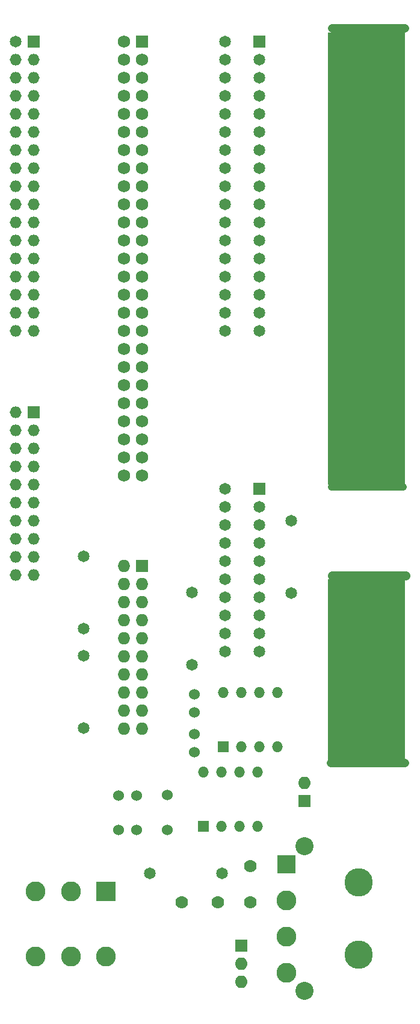
<source format=gts>
G04 #@! TF.FileFunction,Soldermask,Top*
%FSLAX46Y46*%
G04 Gerber Fmt 4.6, Leading zero omitted, Abs format (unit mm)*
G04 Created by KiCad (PCBNEW (after 2015-mar-04 BZR unknown)-product) date Sat 02 Oct 2021 11:04:02 EDT*
%MOMM*%
G01*
G04 APERTURE LIST*
%ADD10C,0.020000*%
%ADD11C,0.508000*%
%ADD12C,1.143000*%
%ADD13C,1.270000*%
%ADD14C,1.016000*%
%ADD15R,10.464800X2.590800*%
%ADD16C,1.778000*%
%ADD17R,2.540000X2.540000*%
%ADD18C,2.794000*%
%ADD19C,3.987800*%
%ADD20C,2.540000*%
%ADD21C,1.524000*%
%ADD22R,1.651000X1.651000*%
%ADD23O,1.651000X1.651000*%
%ADD24R,1.727200X1.727200*%
%ADD25C,1.727200*%
%ADD26C,1.651000*%
%ADD27R,1.524000X1.524000*%
%ADD28O,1.524000X1.524000*%
%ADD29O,1.727200X1.727200*%
%ADD30R,2.794000X2.794000*%
%ADD31R,1.778000X1.778000*%
%ADD32O,1.778000X1.778000*%
G04 APERTURE END LIST*
D10*
D11*
X130683000Y-131825600D02*
X130683000Y-105562000D01*
D12*
X120573800Y-131851000D02*
X130937000Y-131851000D01*
D13*
X120675400Y-105562000D02*
X131038600Y-105562000D01*
D11*
X130683000Y-93167200D02*
X130683000Y-28651200D01*
D12*
X120675400Y-28625800D02*
X130987800Y-28625800D01*
D14*
X120599200Y-93116400D02*
X130708400Y-93116400D01*
D15*
X125349000Y-107314600D03*
X125349000Y-109854600D03*
X125349000Y-112394600D03*
X125349000Y-114934600D03*
X125349000Y-117474600D03*
X125349000Y-120014600D03*
X125349000Y-122554600D03*
X125349000Y-125094600D03*
X125349000Y-127634600D03*
X125349000Y-130174600D03*
X125349000Y-30480000D03*
X125349000Y-33020000D03*
X125349000Y-35560000D03*
X125349000Y-38100000D03*
X125349000Y-40640000D03*
X125349000Y-43180000D03*
X125349000Y-45720000D03*
X125349000Y-48260000D03*
X125349000Y-50800000D03*
X125349000Y-53340000D03*
X125349000Y-55880000D03*
X125349000Y-58420000D03*
X125349000Y-60960000D03*
X125349000Y-63500000D03*
X125349000Y-66040000D03*
X125349000Y-68580000D03*
X125349000Y-71120000D03*
X125349000Y-73660000D03*
X125349000Y-76200000D03*
X125349000Y-78740000D03*
X125349000Y-81280000D03*
X125349000Y-83820000D03*
X125349000Y-86360000D03*
X125349000Y-88900000D03*
X125349000Y-91440000D03*
D16*
X99568000Y-151384000D03*
X104648000Y-151384000D03*
X109220000Y-151384000D03*
X109220000Y-146304000D03*
D17*
X114300000Y-146050000D03*
D18*
X114300000Y-151130000D03*
X114300000Y-156210000D03*
X114300000Y-161290000D03*
D19*
X124460000Y-158750000D03*
X124460000Y-148590000D03*
D20*
X116840000Y-163830000D03*
X116840000Y-143510000D03*
D21*
X101346000Y-124714000D03*
X101346000Y-122174000D03*
D22*
X78740000Y-82550000D03*
D23*
X76200000Y-82550000D03*
X78740000Y-85090000D03*
X76200000Y-85090000D03*
X78740000Y-87630000D03*
X76200000Y-87630000D03*
X78740000Y-90170000D03*
X76200000Y-90170000D03*
X78740000Y-92710000D03*
X76200000Y-92710000D03*
X78740000Y-95250000D03*
X76200000Y-95250000D03*
X78740000Y-97790000D03*
X76200000Y-97790000D03*
X78740000Y-100330000D03*
X76200000Y-100330000D03*
X78740000Y-102870000D03*
X76200000Y-102870000D03*
X78740000Y-105410000D03*
X76200000Y-105410000D03*
D24*
X93980000Y-30480000D03*
D25*
X91440000Y-30480000D03*
X93980000Y-33020000D03*
X91440000Y-33020000D03*
X93980000Y-35560000D03*
X91440000Y-35560000D03*
X93980000Y-38100000D03*
X91440000Y-38100000D03*
X93980000Y-40640000D03*
X91440000Y-40640000D03*
X93980000Y-43180000D03*
X91440000Y-43180000D03*
X93980000Y-45720000D03*
X91440000Y-45720000D03*
X93980000Y-48260000D03*
X91440000Y-48260000D03*
X93980000Y-50800000D03*
X91440000Y-50800000D03*
X93980000Y-53340000D03*
X91440000Y-53340000D03*
X93980000Y-55880000D03*
X91440000Y-55880000D03*
X93980000Y-58420000D03*
X91440000Y-58420000D03*
X93980000Y-60960000D03*
X91440000Y-60960000D03*
X93980000Y-63500000D03*
X91440000Y-63500000D03*
X93980000Y-66040000D03*
X91440000Y-66040000D03*
X93980000Y-68580000D03*
X91440000Y-68580000D03*
X93980000Y-71120000D03*
X91440000Y-71120000D03*
X93980000Y-73660000D03*
X91440000Y-73660000D03*
X93980000Y-76200000D03*
X91440000Y-76200000D03*
X93980000Y-78740000D03*
X91440000Y-78740000D03*
X93980000Y-81280000D03*
X91440000Y-81280000D03*
X93980000Y-83820000D03*
X91440000Y-83820000D03*
X93980000Y-86360000D03*
X91440000Y-86360000D03*
X93980000Y-88900000D03*
X91440000Y-88900000D03*
X93980000Y-91440000D03*
X91440000Y-91440000D03*
D22*
X78740000Y-30480000D03*
D26*
X76200000Y-30480000D03*
D23*
X78740000Y-33020000D03*
X76200000Y-33020000D03*
X78740000Y-35560000D03*
X76200000Y-35560000D03*
X78740000Y-38100000D03*
X76200000Y-38100000D03*
X78740000Y-40640000D03*
X76200000Y-40640000D03*
X78740000Y-43180000D03*
X76200000Y-43180000D03*
X78740000Y-45720000D03*
X76200000Y-45720000D03*
X78740000Y-48260000D03*
X76200000Y-48260000D03*
X78740000Y-50800000D03*
X76200000Y-50800000D03*
X78740000Y-53340000D03*
X76200000Y-53340000D03*
X78740000Y-55880000D03*
X76200000Y-55880000D03*
X78740000Y-58420000D03*
X76200000Y-58420000D03*
X78740000Y-60960000D03*
X76200000Y-60960000D03*
X78740000Y-63500000D03*
X76200000Y-63500000D03*
X78740000Y-66040000D03*
X76200000Y-66040000D03*
X78740000Y-68580000D03*
X76200000Y-68580000D03*
X78740000Y-71120000D03*
X76200000Y-71120000D03*
D27*
X105410000Y-129540000D03*
D28*
X113030000Y-121920000D03*
X107950000Y-129540000D03*
X110490000Y-121920000D03*
X110490000Y-129540000D03*
X107950000Y-121920000D03*
X113030000Y-129540000D03*
X105410000Y-121920000D03*
D24*
X93980000Y-104140000D03*
D29*
X91440000Y-104140000D03*
X93980000Y-106680000D03*
X91440000Y-106680000D03*
X93980000Y-109220000D03*
X91440000Y-109220000D03*
X93980000Y-111760000D03*
X91440000Y-111760000D03*
X93980000Y-114300000D03*
X91440000Y-114300000D03*
X93980000Y-116840000D03*
X91440000Y-116840000D03*
X93980000Y-119380000D03*
X91440000Y-119380000D03*
X93980000Y-121920000D03*
X91440000Y-121920000D03*
X93980000Y-124460000D03*
X91440000Y-124460000D03*
X93980000Y-127000000D03*
X91440000Y-127000000D03*
D26*
X114935000Y-97868740D03*
X114935000Y-108028740D03*
X100965000Y-118031260D03*
X100965000Y-107871260D03*
X85725000Y-126921260D03*
X85725000Y-116761260D03*
X85725000Y-112951260D03*
X85725000Y-102791260D03*
X95074740Y-147320000D03*
X105234740Y-147320000D03*
D21*
X101346000Y-127762000D03*
X101346000Y-130302000D03*
X90678000Y-141224000D03*
X93218000Y-141224000D03*
X90678000Y-136398000D03*
X93218000Y-136398000D03*
D27*
X102616000Y-140716000D03*
D28*
X110236000Y-133096000D03*
X105156000Y-140716000D03*
X107696000Y-133096000D03*
X107696000Y-140716000D03*
X105156000Y-133096000D03*
X110236000Y-140716000D03*
X102616000Y-133096000D03*
D30*
X88900000Y-149860000D03*
D18*
X88900000Y-159004000D03*
X83947000Y-149860000D03*
X83947000Y-159004000D03*
X78994000Y-149860000D03*
X78994000Y-159004000D03*
D31*
X116840000Y-137160000D03*
D32*
X116840000Y-134620000D03*
D22*
X110490000Y-93345000D03*
D26*
X105638600Y-93345000D03*
X110490000Y-95885000D03*
X105638600Y-95885000D03*
X110490000Y-98425000D03*
X105638600Y-98425000D03*
X110490000Y-100965000D03*
X105638600Y-100965000D03*
X110490000Y-103505000D03*
X105638600Y-103505000D03*
X110490000Y-106045000D03*
X105638600Y-106045000D03*
X110490000Y-108585000D03*
X105638600Y-108585000D03*
X110490000Y-111125000D03*
X105638600Y-111125000D03*
X110490000Y-113665000D03*
X105638600Y-113665000D03*
X110490000Y-116205000D03*
X105638600Y-116205000D03*
D22*
X110490000Y-30480000D03*
D26*
X105638600Y-30480000D03*
X110490000Y-33020000D03*
X105638600Y-33020000D03*
X110490000Y-35560000D03*
X105638600Y-35560000D03*
X110490000Y-38100000D03*
X105638600Y-38100000D03*
X110490000Y-40640000D03*
X105638600Y-40640000D03*
X110490000Y-43180000D03*
X105638600Y-43180000D03*
X110490000Y-45720000D03*
X105638600Y-45720000D03*
X110490000Y-48260000D03*
X105638600Y-48260000D03*
X110490000Y-50800000D03*
X105638600Y-50800000D03*
X110490000Y-53340000D03*
X105638600Y-53340000D03*
X110490000Y-55880000D03*
X105638600Y-55880000D03*
X110490000Y-58420000D03*
X105638600Y-58420000D03*
X110490000Y-60960000D03*
X105638600Y-60960000D03*
X110490000Y-63500000D03*
X105638600Y-63500000D03*
X110490000Y-66040000D03*
X105638600Y-66040000D03*
X110490000Y-68580000D03*
X105638600Y-68580000D03*
X110490000Y-71120000D03*
X105638600Y-71120000D03*
D31*
X107950000Y-157480000D03*
D32*
X107950000Y-160020000D03*
X107950000Y-162560000D03*
D21*
X97536000Y-141224000D03*
X97536000Y-136344000D03*
M02*

</source>
